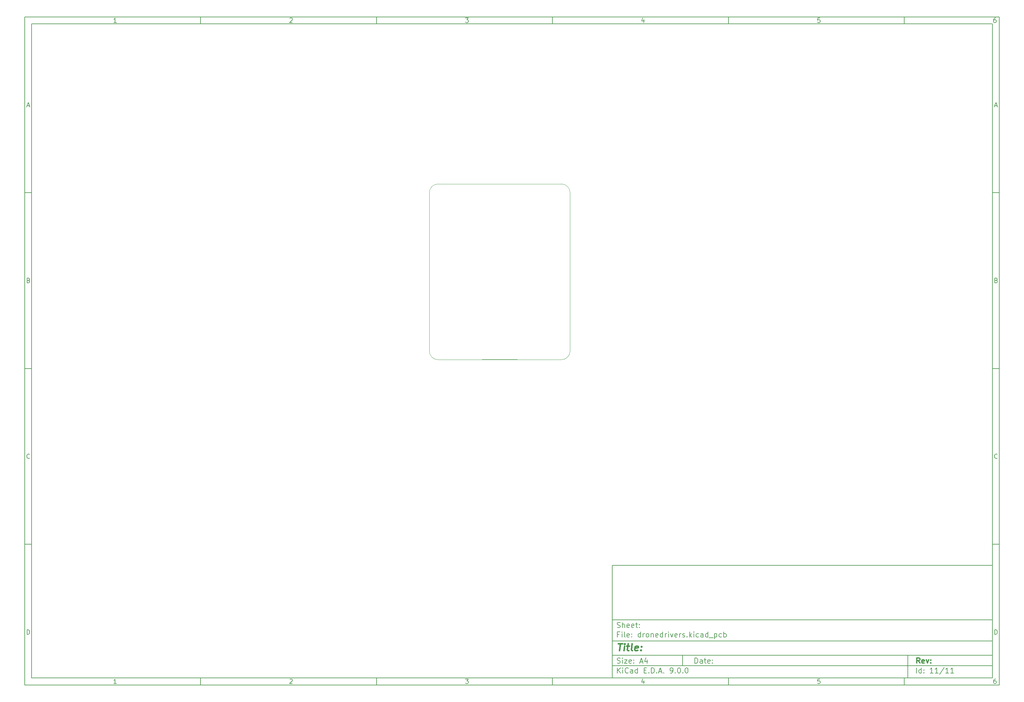
<source format=gbr>
%TF.GenerationSoftware,KiCad,Pcbnew,9.0.0*%
%TF.CreationDate,2025-03-29T01:57:51-05:00*%
%TF.ProjectId,dronedrivers,64726f6e-6564-4726-9976-6572732e6b69,rev?*%
%TF.SameCoordinates,Original*%
%TF.FileFunction,Profile,NP*%
%FSLAX46Y46*%
G04 Gerber Fmt 4.6, Leading zero omitted, Abs format (unit mm)*
G04 Created by KiCad (PCBNEW 9.0.0) date 2025-03-29 01:57:51*
%MOMM*%
%LPD*%
G01*
G04 APERTURE LIST*
%ADD10C,0.100000*%
%ADD11C,0.150000*%
%ADD12C,0.300000*%
%ADD13C,0.400000*%
%TA.AperFunction,Profile*%
%ADD14C,0.050000*%
%TD*%
G04 APERTURE END LIST*
D10*
D11*
X177002200Y-166007200D02*
X285002200Y-166007200D01*
X285002200Y-198007200D01*
X177002200Y-198007200D01*
X177002200Y-166007200D01*
D10*
D11*
X10000000Y-10000000D02*
X287002200Y-10000000D01*
X287002200Y-200007200D01*
X10000000Y-200007200D01*
X10000000Y-10000000D01*
D10*
D11*
X12000000Y-12000000D02*
X285002200Y-12000000D01*
X285002200Y-198007200D01*
X12000000Y-198007200D01*
X12000000Y-12000000D01*
D10*
D11*
X60000000Y-12000000D02*
X60000000Y-10000000D01*
D10*
D11*
X110000000Y-12000000D02*
X110000000Y-10000000D01*
D10*
D11*
X160000000Y-12000000D02*
X160000000Y-10000000D01*
D10*
D11*
X210000000Y-12000000D02*
X210000000Y-10000000D01*
D10*
D11*
X260000000Y-12000000D02*
X260000000Y-10000000D01*
D10*
D11*
X36089160Y-11593604D02*
X35346303Y-11593604D01*
X35717731Y-11593604D02*
X35717731Y-10293604D01*
X35717731Y-10293604D02*
X35593922Y-10479319D01*
X35593922Y-10479319D02*
X35470112Y-10603128D01*
X35470112Y-10603128D02*
X35346303Y-10665033D01*
D10*
D11*
X85346303Y-10417414D02*
X85408207Y-10355509D01*
X85408207Y-10355509D02*
X85532017Y-10293604D01*
X85532017Y-10293604D02*
X85841541Y-10293604D01*
X85841541Y-10293604D02*
X85965350Y-10355509D01*
X85965350Y-10355509D02*
X86027255Y-10417414D01*
X86027255Y-10417414D02*
X86089160Y-10541223D01*
X86089160Y-10541223D02*
X86089160Y-10665033D01*
X86089160Y-10665033D02*
X86027255Y-10850747D01*
X86027255Y-10850747D02*
X85284398Y-11593604D01*
X85284398Y-11593604D02*
X86089160Y-11593604D01*
D10*
D11*
X135284398Y-10293604D02*
X136089160Y-10293604D01*
X136089160Y-10293604D02*
X135655826Y-10788842D01*
X135655826Y-10788842D02*
X135841541Y-10788842D01*
X135841541Y-10788842D02*
X135965350Y-10850747D01*
X135965350Y-10850747D02*
X136027255Y-10912652D01*
X136027255Y-10912652D02*
X136089160Y-11036461D01*
X136089160Y-11036461D02*
X136089160Y-11345985D01*
X136089160Y-11345985D02*
X136027255Y-11469795D01*
X136027255Y-11469795D02*
X135965350Y-11531700D01*
X135965350Y-11531700D02*
X135841541Y-11593604D01*
X135841541Y-11593604D02*
X135470112Y-11593604D01*
X135470112Y-11593604D02*
X135346303Y-11531700D01*
X135346303Y-11531700D02*
X135284398Y-11469795D01*
D10*
D11*
X185965350Y-10726938D02*
X185965350Y-11593604D01*
X185655826Y-10231700D02*
X185346303Y-11160271D01*
X185346303Y-11160271D02*
X186151064Y-11160271D01*
D10*
D11*
X236027255Y-10293604D02*
X235408207Y-10293604D01*
X235408207Y-10293604D02*
X235346303Y-10912652D01*
X235346303Y-10912652D02*
X235408207Y-10850747D01*
X235408207Y-10850747D02*
X235532017Y-10788842D01*
X235532017Y-10788842D02*
X235841541Y-10788842D01*
X235841541Y-10788842D02*
X235965350Y-10850747D01*
X235965350Y-10850747D02*
X236027255Y-10912652D01*
X236027255Y-10912652D02*
X236089160Y-11036461D01*
X236089160Y-11036461D02*
X236089160Y-11345985D01*
X236089160Y-11345985D02*
X236027255Y-11469795D01*
X236027255Y-11469795D02*
X235965350Y-11531700D01*
X235965350Y-11531700D02*
X235841541Y-11593604D01*
X235841541Y-11593604D02*
X235532017Y-11593604D01*
X235532017Y-11593604D02*
X235408207Y-11531700D01*
X235408207Y-11531700D02*
X235346303Y-11469795D01*
D10*
D11*
X285965350Y-10293604D02*
X285717731Y-10293604D01*
X285717731Y-10293604D02*
X285593922Y-10355509D01*
X285593922Y-10355509D02*
X285532017Y-10417414D01*
X285532017Y-10417414D02*
X285408207Y-10603128D01*
X285408207Y-10603128D02*
X285346303Y-10850747D01*
X285346303Y-10850747D02*
X285346303Y-11345985D01*
X285346303Y-11345985D02*
X285408207Y-11469795D01*
X285408207Y-11469795D02*
X285470112Y-11531700D01*
X285470112Y-11531700D02*
X285593922Y-11593604D01*
X285593922Y-11593604D02*
X285841541Y-11593604D01*
X285841541Y-11593604D02*
X285965350Y-11531700D01*
X285965350Y-11531700D02*
X286027255Y-11469795D01*
X286027255Y-11469795D02*
X286089160Y-11345985D01*
X286089160Y-11345985D02*
X286089160Y-11036461D01*
X286089160Y-11036461D02*
X286027255Y-10912652D01*
X286027255Y-10912652D02*
X285965350Y-10850747D01*
X285965350Y-10850747D02*
X285841541Y-10788842D01*
X285841541Y-10788842D02*
X285593922Y-10788842D01*
X285593922Y-10788842D02*
X285470112Y-10850747D01*
X285470112Y-10850747D02*
X285408207Y-10912652D01*
X285408207Y-10912652D02*
X285346303Y-11036461D01*
D10*
D11*
X60000000Y-198007200D02*
X60000000Y-200007200D01*
D10*
D11*
X110000000Y-198007200D02*
X110000000Y-200007200D01*
D10*
D11*
X160000000Y-198007200D02*
X160000000Y-200007200D01*
D10*
D11*
X210000000Y-198007200D02*
X210000000Y-200007200D01*
D10*
D11*
X260000000Y-198007200D02*
X260000000Y-200007200D01*
D10*
D11*
X36089160Y-199600804D02*
X35346303Y-199600804D01*
X35717731Y-199600804D02*
X35717731Y-198300804D01*
X35717731Y-198300804D02*
X35593922Y-198486519D01*
X35593922Y-198486519D02*
X35470112Y-198610328D01*
X35470112Y-198610328D02*
X35346303Y-198672233D01*
D10*
D11*
X85346303Y-198424614D02*
X85408207Y-198362709D01*
X85408207Y-198362709D02*
X85532017Y-198300804D01*
X85532017Y-198300804D02*
X85841541Y-198300804D01*
X85841541Y-198300804D02*
X85965350Y-198362709D01*
X85965350Y-198362709D02*
X86027255Y-198424614D01*
X86027255Y-198424614D02*
X86089160Y-198548423D01*
X86089160Y-198548423D02*
X86089160Y-198672233D01*
X86089160Y-198672233D02*
X86027255Y-198857947D01*
X86027255Y-198857947D02*
X85284398Y-199600804D01*
X85284398Y-199600804D02*
X86089160Y-199600804D01*
D10*
D11*
X135284398Y-198300804D02*
X136089160Y-198300804D01*
X136089160Y-198300804D02*
X135655826Y-198796042D01*
X135655826Y-198796042D02*
X135841541Y-198796042D01*
X135841541Y-198796042D02*
X135965350Y-198857947D01*
X135965350Y-198857947D02*
X136027255Y-198919852D01*
X136027255Y-198919852D02*
X136089160Y-199043661D01*
X136089160Y-199043661D02*
X136089160Y-199353185D01*
X136089160Y-199353185D02*
X136027255Y-199476995D01*
X136027255Y-199476995D02*
X135965350Y-199538900D01*
X135965350Y-199538900D02*
X135841541Y-199600804D01*
X135841541Y-199600804D02*
X135470112Y-199600804D01*
X135470112Y-199600804D02*
X135346303Y-199538900D01*
X135346303Y-199538900D02*
X135284398Y-199476995D01*
D10*
D11*
X185965350Y-198734138D02*
X185965350Y-199600804D01*
X185655826Y-198238900D02*
X185346303Y-199167471D01*
X185346303Y-199167471D02*
X186151064Y-199167471D01*
D10*
D11*
X236027255Y-198300804D02*
X235408207Y-198300804D01*
X235408207Y-198300804D02*
X235346303Y-198919852D01*
X235346303Y-198919852D02*
X235408207Y-198857947D01*
X235408207Y-198857947D02*
X235532017Y-198796042D01*
X235532017Y-198796042D02*
X235841541Y-198796042D01*
X235841541Y-198796042D02*
X235965350Y-198857947D01*
X235965350Y-198857947D02*
X236027255Y-198919852D01*
X236027255Y-198919852D02*
X236089160Y-199043661D01*
X236089160Y-199043661D02*
X236089160Y-199353185D01*
X236089160Y-199353185D02*
X236027255Y-199476995D01*
X236027255Y-199476995D02*
X235965350Y-199538900D01*
X235965350Y-199538900D02*
X235841541Y-199600804D01*
X235841541Y-199600804D02*
X235532017Y-199600804D01*
X235532017Y-199600804D02*
X235408207Y-199538900D01*
X235408207Y-199538900D02*
X235346303Y-199476995D01*
D10*
D11*
X285965350Y-198300804D02*
X285717731Y-198300804D01*
X285717731Y-198300804D02*
X285593922Y-198362709D01*
X285593922Y-198362709D02*
X285532017Y-198424614D01*
X285532017Y-198424614D02*
X285408207Y-198610328D01*
X285408207Y-198610328D02*
X285346303Y-198857947D01*
X285346303Y-198857947D02*
X285346303Y-199353185D01*
X285346303Y-199353185D02*
X285408207Y-199476995D01*
X285408207Y-199476995D02*
X285470112Y-199538900D01*
X285470112Y-199538900D02*
X285593922Y-199600804D01*
X285593922Y-199600804D02*
X285841541Y-199600804D01*
X285841541Y-199600804D02*
X285965350Y-199538900D01*
X285965350Y-199538900D02*
X286027255Y-199476995D01*
X286027255Y-199476995D02*
X286089160Y-199353185D01*
X286089160Y-199353185D02*
X286089160Y-199043661D01*
X286089160Y-199043661D02*
X286027255Y-198919852D01*
X286027255Y-198919852D02*
X285965350Y-198857947D01*
X285965350Y-198857947D02*
X285841541Y-198796042D01*
X285841541Y-198796042D02*
X285593922Y-198796042D01*
X285593922Y-198796042D02*
X285470112Y-198857947D01*
X285470112Y-198857947D02*
X285408207Y-198919852D01*
X285408207Y-198919852D02*
X285346303Y-199043661D01*
D10*
D11*
X10000000Y-60000000D02*
X12000000Y-60000000D01*
D10*
D11*
X10000000Y-110000000D02*
X12000000Y-110000000D01*
D10*
D11*
X10000000Y-160000000D02*
X12000000Y-160000000D01*
D10*
D11*
X10690476Y-35222176D02*
X11309523Y-35222176D01*
X10566666Y-35593604D02*
X10999999Y-34293604D01*
X10999999Y-34293604D02*
X11433333Y-35593604D01*
D10*
D11*
X11092857Y-84912652D02*
X11278571Y-84974557D01*
X11278571Y-84974557D02*
X11340476Y-85036461D01*
X11340476Y-85036461D02*
X11402380Y-85160271D01*
X11402380Y-85160271D02*
X11402380Y-85345985D01*
X11402380Y-85345985D02*
X11340476Y-85469795D01*
X11340476Y-85469795D02*
X11278571Y-85531700D01*
X11278571Y-85531700D02*
X11154761Y-85593604D01*
X11154761Y-85593604D02*
X10659523Y-85593604D01*
X10659523Y-85593604D02*
X10659523Y-84293604D01*
X10659523Y-84293604D02*
X11092857Y-84293604D01*
X11092857Y-84293604D02*
X11216666Y-84355509D01*
X11216666Y-84355509D02*
X11278571Y-84417414D01*
X11278571Y-84417414D02*
X11340476Y-84541223D01*
X11340476Y-84541223D02*
X11340476Y-84665033D01*
X11340476Y-84665033D02*
X11278571Y-84788842D01*
X11278571Y-84788842D02*
X11216666Y-84850747D01*
X11216666Y-84850747D02*
X11092857Y-84912652D01*
X11092857Y-84912652D02*
X10659523Y-84912652D01*
D10*
D11*
X11402380Y-135469795D02*
X11340476Y-135531700D01*
X11340476Y-135531700D02*
X11154761Y-135593604D01*
X11154761Y-135593604D02*
X11030952Y-135593604D01*
X11030952Y-135593604D02*
X10845238Y-135531700D01*
X10845238Y-135531700D02*
X10721428Y-135407890D01*
X10721428Y-135407890D02*
X10659523Y-135284080D01*
X10659523Y-135284080D02*
X10597619Y-135036461D01*
X10597619Y-135036461D02*
X10597619Y-134850747D01*
X10597619Y-134850747D02*
X10659523Y-134603128D01*
X10659523Y-134603128D02*
X10721428Y-134479319D01*
X10721428Y-134479319D02*
X10845238Y-134355509D01*
X10845238Y-134355509D02*
X11030952Y-134293604D01*
X11030952Y-134293604D02*
X11154761Y-134293604D01*
X11154761Y-134293604D02*
X11340476Y-134355509D01*
X11340476Y-134355509D02*
X11402380Y-134417414D01*
D10*
D11*
X10659523Y-185593604D02*
X10659523Y-184293604D01*
X10659523Y-184293604D02*
X10969047Y-184293604D01*
X10969047Y-184293604D02*
X11154761Y-184355509D01*
X11154761Y-184355509D02*
X11278571Y-184479319D01*
X11278571Y-184479319D02*
X11340476Y-184603128D01*
X11340476Y-184603128D02*
X11402380Y-184850747D01*
X11402380Y-184850747D02*
X11402380Y-185036461D01*
X11402380Y-185036461D02*
X11340476Y-185284080D01*
X11340476Y-185284080D02*
X11278571Y-185407890D01*
X11278571Y-185407890D02*
X11154761Y-185531700D01*
X11154761Y-185531700D02*
X10969047Y-185593604D01*
X10969047Y-185593604D02*
X10659523Y-185593604D01*
D10*
D11*
X287002200Y-60000000D02*
X285002200Y-60000000D01*
D10*
D11*
X287002200Y-110000000D02*
X285002200Y-110000000D01*
D10*
D11*
X287002200Y-160000000D02*
X285002200Y-160000000D01*
D10*
D11*
X285692676Y-35222176D02*
X286311723Y-35222176D01*
X285568866Y-35593604D02*
X286002199Y-34293604D01*
X286002199Y-34293604D02*
X286435533Y-35593604D01*
D10*
D11*
X286095057Y-84912652D02*
X286280771Y-84974557D01*
X286280771Y-84974557D02*
X286342676Y-85036461D01*
X286342676Y-85036461D02*
X286404580Y-85160271D01*
X286404580Y-85160271D02*
X286404580Y-85345985D01*
X286404580Y-85345985D02*
X286342676Y-85469795D01*
X286342676Y-85469795D02*
X286280771Y-85531700D01*
X286280771Y-85531700D02*
X286156961Y-85593604D01*
X286156961Y-85593604D02*
X285661723Y-85593604D01*
X285661723Y-85593604D02*
X285661723Y-84293604D01*
X285661723Y-84293604D02*
X286095057Y-84293604D01*
X286095057Y-84293604D02*
X286218866Y-84355509D01*
X286218866Y-84355509D02*
X286280771Y-84417414D01*
X286280771Y-84417414D02*
X286342676Y-84541223D01*
X286342676Y-84541223D02*
X286342676Y-84665033D01*
X286342676Y-84665033D02*
X286280771Y-84788842D01*
X286280771Y-84788842D02*
X286218866Y-84850747D01*
X286218866Y-84850747D02*
X286095057Y-84912652D01*
X286095057Y-84912652D02*
X285661723Y-84912652D01*
D10*
D11*
X286404580Y-135469795D02*
X286342676Y-135531700D01*
X286342676Y-135531700D02*
X286156961Y-135593604D01*
X286156961Y-135593604D02*
X286033152Y-135593604D01*
X286033152Y-135593604D02*
X285847438Y-135531700D01*
X285847438Y-135531700D02*
X285723628Y-135407890D01*
X285723628Y-135407890D02*
X285661723Y-135284080D01*
X285661723Y-135284080D02*
X285599819Y-135036461D01*
X285599819Y-135036461D02*
X285599819Y-134850747D01*
X285599819Y-134850747D02*
X285661723Y-134603128D01*
X285661723Y-134603128D02*
X285723628Y-134479319D01*
X285723628Y-134479319D02*
X285847438Y-134355509D01*
X285847438Y-134355509D02*
X286033152Y-134293604D01*
X286033152Y-134293604D02*
X286156961Y-134293604D01*
X286156961Y-134293604D02*
X286342676Y-134355509D01*
X286342676Y-134355509D02*
X286404580Y-134417414D01*
D10*
D11*
X285661723Y-185593604D02*
X285661723Y-184293604D01*
X285661723Y-184293604D02*
X285971247Y-184293604D01*
X285971247Y-184293604D02*
X286156961Y-184355509D01*
X286156961Y-184355509D02*
X286280771Y-184479319D01*
X286280771Y-184479319D02*
X286342676Y-184603128D01*
X286342676Y-184603128D02*
X286404580Y-184850747D01*
X286404580Y-184850747D02*
X286404580Y-185036461D01*
X286404580Y-185036461D02*
X286342676Y-185284080D01*
X286342676Y-185284080D02*
X286280771Y-185407890D01*
X286280771Y-185407890D02*
X286156961Y-185531700D01*
X286156961Y-185531700D02*
X285971247Y-185593604D01*
X285971247Y-185593604D02*
X285661723Y-185593604D01*
D10*
D11*
X200458026Y-193793328D02*
X200458026Y-192293328D01*
X200458026Y-192293328D02*
X200815169Y-192293328D01*
X200815169Y-192293328D02*
X201029455Y-192364757D01*
X201029455Y-192364757D02*
X201172312Y-192507614D01*
X201172312Y-192507614D02*
X201243741Y-192650471D01*
X201243741Y-192650471D02*
X201315169Y-192936185D01*
X201315169Y-192936185D02*
X201315169Y-193150471D01*
X201315169Y-193150471D02*
X201243741Y-193436185D01*
X201243741Y-193436185D02*
X201172312Y-193579042D01*
X201172312Y-193579042D02*
X201029455Y-193721900D01*
X201029455Y-193721900D02*
X200815169Y-193793328D01*
X200815169Y-193793328D02*
X200458026Y-193793328D01*
X202600884Y-193793328D02*
X202600884Y-193007614D01*
X202600884Y-193007614D02*
X202529455Y-192864757D01*
X202529455Y-192864757D02*
X202386598Y-192793328D01*
X202386598Y-192793328D02*
X202100884Y-192793328D01*
X202100884Y-192793328D02*
X201958026Y-192864757D01*
X202600884Y-193721900D02*
X202458026Y-193793328D01*
X202458026Y-193793328D02*
X202100884Y-193793328D01*
X202100884Y-193793328D02*
X201958026Y-193721900D01*
X201958026Y-193721900D02*
X201886598Y-193579042D01*
X201886598Y-193579042D02*
X201886598Y-193436185D01*
X201886598Y-193436185D02*
X201958026Y-193293328D01*
X201958026Y-193293328D02*
X202100884Y-193221900D01*
X202100884Y-193221900D02*
X202458026Y-193221900D01*
X202458026Y-193221900D02*
X202600884Y-193150471D01*
X203100884Y-192793328D02*
X203672312Y-192793328D01*
X203315169Y-192293328D02*
X203315169Y-193579042D01*
X203315169Y-193579042D02*
X203386598Y-193721900D01*
X203386598Y-193721900D02*
X203529455Y-193793328D01*
X203529455Y-193793328D02*
X203672312Y-193793328D01*
X204743741Y-193721900D02*
X204600884Y-193793328D01*
X204600884Y-193793328D02*
X204315170Y-193793328D01*
X204315170Y-193793328D02*
X204172312Y-193721900D01*
X204172312Y-193721900D02*
X204100884Y-193579042D01*
X204100884Y-193579042D02*
X204100884Y-193007614D01*
X204100884Y-193007614D02*
X204172312Y-192864757D01*
X204172312Y-192864757D02*
X204315170Y-192793328D01*
X204315170Y-192793328D02*
X204600884Y-192793328D01*
X204600884Y-192793328D02*
X204743741Y-192864757D01*
X204743741Y-192864757D02*
X204815170Y-193007614D01*
X204815170Y-193007614D02*
X204815170Y-193150471D01*
X204815170Y-193150471D02*
X204100884Y-193293328D01*
X205458026Y-193650471D02*
X205529455Y-193721900D01*
X205529455Y-193721900D02*
X205458026Y-193793328D01*
X205458026Y-193793328D02*
X205386598Y-193721900D01*
X205386598Y-193721900D02*
X205458026Y-193650471D01*
X205458026Y-193650471D02*
X205458026Y-193793328D01*
X205458026Y-192864757D02*
X205529455Y-192936185D01*
X205529455Y-192936185D02*
X205458026Y-193007614D01*
X205458026Y-193007614D02*
X205386598Y-192936185D01*
X205386598Y-192936185D02*
X205458026Y-192864757D01*
X205458026Y-192864757D02*
X205458026Y-193007614D01*
D10*
D11*
X177002200Y-194507200D02*
X285002200Y-194507200D01*
D10*
D11*
X178458026Y-196593328D02*
X178458026Y-195093328D01*
X179315169Y-196593328D02*
X178672312Y-195736185D01*
X179315169Y-195093328D02*
X178458026Y-195950471D01*
X179958026Y-196593328D02*
X179958026Y-195593328D01*
X179958026Y-195093328D02*
X179886598Y-195164757D01*
X179886598Y-195164757D02*
X179958026Y-195236185D01*
X179958026Y-195236185D02*
X180029455Y-195164757D01*
X180029455Y-195164757D02*
X179958026Y-195093328D01*
X179958026Y-195093328D02*
X179958026Y-195236185D01*
X181529455Y-196450471D02*
X181458027Y-196521900D01*
X181458027Y-196521900D02*
X181243741Y-196593328D01*
X181243741Y-196593328D02*
X181100884Y-196593328D01*
X181100884Y-196593328D02*
X180886598Y-196521900D01*
X180886598Y-196521900D02*
X180743741Y-196379042D01*
X180743741Y-196379042D02*
X180672312Y-196236185D01*
X180672312Y-196236185D02*
X180600884Y-195950471D01*
X180600884Y-195950471D02*
X180600884Y-195736185D01*
X180600884Y-195736185D02*
X180672312Y-195450471D01*
X180672312Y-195450471D02*
X180743741Y-195307614D01*
X180743741Y-195307614D02*
X180886598Y-195164757D01*
X180886598Y-195164757D02*
X181100884Y-195093328D01*
X181100884Y-195093328D02*
X181243741Y-195093328D01*
X181243741Y-195093328D02*
X181458027Y-195164757D01*
X181458027Y-195164757D02*
X181529455Y-195236185D01*
X182815170Y-196593328D02*
X182815170Y-195807614D01*
X182815170Y-195807614D02*
X182743741Y-195664757D01*
X182743741Y-195664757D02*
X182600884Y-195593328D01*
X182600884Y-195593328D02*
X182315170Y-195593328D01*
X182315170Y-195593328D02*
X182172312Y-195664757D01*
X182815170Y-196521900D02*
X182672312Y-196593328D01*
X182672312Y-196593328D02*
X182315170Y-196593328D01*
X182315170Y-196593328D02*
X182172312Y-196521900D01*
X182172312Y-196521900D02*
X182100884Y-196379042D01*
X182100884Y-196379042D02*
X182100884Y-196236185D01*
X182100884Y-196236185D02*
X182172312Y-196093328D01*
X182172312Y-196093328D02*
X182315170Y-196021900D01*
X182315170Y-196021900D02*
X182672312Y-196021900D01*
X182672312Y-196021900D02*
X182815170Y-195950471D01*
X184172313Y-196593328D02*
X184172313Y-195093328D01*
X184172313Y-196521900D02*
X184029455Y-196593328D01*
X184029455Y-196593328D02*
X183743741Y-196593328D01*
X183743741Y-196593328D02*
X183600884Y-196521900D01*
X183600884Y-196521900D02*
X183529455Y-196450471D01*
X183529455Y-196450471D02*
X183458027Y-196307614D01*
X183458027Y-196307614D02*
X183458027Y-195879042D01*
X183458027Y-195879042D02*
X183529455Y-195736185D01*
X183529455Y-195736185D02*
X183600884Y-195664757D01*
X183600884Y-195664757D02*
X183743741Y-195593328D01*
X183743741Y-195593328D02*
X184029455Y-195593328D01*
X184029455Y-195593328D02*
X184172313Y-195664757D01*
X186029455Y-195807614D02*
X186529455Y-195807614D01*
X186743741Y-196593328D02*
X186029455Y-196593328D01*
X186029455Y-196593328D02*
X186029455Y-195093328D01*
X186029455Y-195093328D02*
X186743741Y-195093328D01*
X187386598Y-196450471D02*
X187458027Y-196521900D01*
X187458027Y-196521900D02*
X187386598Y-196593328D01*
X187386598Y-196593328D02*
X187315170Y-196521900D01*
X187315170Y-196521900D02*
X187386598Y-196450471D01*
X187386598Y-196450471D02*
X187386598Y-196593328D01*
X188100884Y-196593328D02*
X188100884Y-195093328D01*
X188100884Y-195093328D02*
X188458027Y-195093328D01*
X188458027Y-195093328D02*
X188672313Y-195164757D01*
X188672313Y-195164757D02*
X188815170Y-195307614D01*
X188815170Y-195307614D02*
X188886599Y-195450471D01*
X188886599Y-195450471D02*
X188958027Y-195736185D01*
X188958027Y-195736185D02*
X188958027Y-195950471D01*
X188958027Y-195950471D02*
X188886599Y-196236185D01*
X188886599Y-196236185D02*
X188815170Y-196379042D01*
X188815170Y-196379042D02*
X188672313Y-196521900D01*
X188672313Y-196521900D02*
X188458027Y-196593328D01*
X188458027Y-196593328D02*
X188100884Y-196593328D01*
X189600884Y-196450471D02*
X189672313Y-196521900D01*
X189672313Y-196521900D02*
X189600884Y-196593328D01*
X189600884Y-196593328D02*
X189529456Y-196521900D01*
X189529456Y-196521900D02*
X189600884Y-196450471D01*
X189600884Y-196450471D02*
X189600884Y-196593328D01*
X190243742Y-196164757D02*
X190958028Y-196164757D01*
X190100885Y-196593328D02*
X190600885Y-195093328D01*
X190600885Y-195093328D02*
X191100885Y-196593328D01*
X191600884Y-196450471D02*
X191672313Y-196521900D01*
X191672313Y-196521900D02*
X191600884Y-196593328D01*
X191600884Y-196593328D02*
X191529456Y-196521900D01*
X191529456Y-196521900D02*
X191600884Y-196450471D01*
X191600884Y-196450471D02*
X191600884Y-196593328D01*
X193529456Y-196593328D02*
X193815170Y-196593328D01*
X193815170Y-196593328D02*
X193958027Y-196521900D01*
X193958027Y-196521900D02*
X194029456Y-196450471D01*
X194029456Y-196450471D02*
X194172313Y-196236185D01*
X194172313Y-196236185D02*
X194243742Y-195950471D01*
X194243742Y-195950471D02*
X194243742Y-195379042D01*
X194243742Y-195379042D02*
X194172313Y-195236185D01*
X194172313Y-195236185D02*
X194100885Y-195164757D01*
X194100885Y-195164757D02*
X193958027Y-195093328D01*
X193958027Y-195093328D02*
X193672313Y-195093328D01*
X193672313Y-195093328D02*
X193529456Y-195164757D01*
X193529456Y-195164757D02*
X193458027Y-195236185D01*
X193458027Y-195236185D02*
X193386599Y-195379042D01*
X193386599Y-195379042D02*
X193386599Y-195736185D01*
X193386599Y-195736185D02*
X193458027Y-195879042D01*
X193458027Y-195879042D02*
X193529456Y-195950471D01*
X193529456Y-195950471D02*
X193672313Y-196021900D01*
X193672313Y-196021900D02*
X193958027Y-196021900D01*
X193958027Y-196021900D02*
X194100885Y-195950471D01*
X194100885Y-195950471D02*
X194172313Y-195879042D01*
X194172313Y-195879042D02*
X194243742Y-195736185D01*
X194886598Y-196450471D02*
X194958027Y-196521900D01*
X194958027Y-196521900D02*
X194886598Y-196593328D01*
X194886598Y-196593328D02*
X194815170Y-196521900D01*
X194815170Y-196521900D02*
X194886598Y-196450471D01*
X194886598Y-196450471D02*
X194886598Y-196593328D01*
X195886599Y-195093328D02*
X196029456Y-195093328D01*
X196029456Y-195093328D02*
X196172313Y-195164757D01*
X196172313Y-195164757D02*
X196243742Y-195236185D01*
X196243742Y-195236185D02*
X196315170Y-195379042D01*
X196315170Y-195379042D02*
X196386599Y-195664757D01*
X196386599Y-195664757D02*
X196386599Y-196021900D01*
X196386599Y-196021900D02*
X196315170Y-196307614D01*
X196315170Y-196307614D02*
X196243742Y-196450471D01*
X196243742Y-196450471D02*
X196172313Y-196521900D01*
X196172313Y-196521900D02*
X196029456Y-196593328D01*
X196029456Y-196593328D02*
X195886599Y-196593328D01*
X195886599Y-196593328D02*
X195743742Y-196521900D01*
X195743742Y-196521900D02*
X195672313Y-196450471D01*
X195672313Y-196450471D02*
X195600884Y-196307614D01*
X195600884Y-196307614D02*
X195529456Y-196021900D01*
X195529456Y-196021900D02*
X195529456Y-195664757D01*
X195529456Y-195664757D02*
X195600884Y-195379042D01*
X195600884Y-195379042D02*
X195672313Y-195236185D01*
X195672313Y-195236185D02*
X195743742Y-195164757D01*
X195743742Y-195164757D02*
X195886599Y-195093328D01*
X197029455Y-196450471D02*
X197100884Y-196521900D01*
X197100884Y-196521900D02*
X197029455Y-196593328D01*
X197029455Y-196593328D02*
X196958027Y-196521900D01*
X196958027Y-196521900D02*
X197029455Y-196450471D01*
X197029455Y-196450471D02*
X197029455Y-196593328D01*
X198029456Y-195093328D02*
X198172313Y-195093328D01*
X198172313Y-195093328D02*
X198315170Y-195164757D01*
X198315170Y-195164757D02*
X198386599Y-195236185D01*
X198386599Y-195236185D02*
X198458027Y-195379042D01*
X198458027Y-195379042D02*
X198529456Y-195664757D01*
X198529456Y-195664757D02*
X198529456Y-196021900D01*
X198529456Y-196021900D02*
X198458027Y-196307614D01*
X198458027Y-196307614D02*
X198386599Y-196450471D01*
X198386599Y-196450471D02*
X198315170Y-196521900D01*
X198315170Y-196521900D02*
X198172313Y-196593328D01*
X198172313Y-196593328D02*
X198029456Y-196593328D01*
X198029456Y-196593328D02*
X197886599Y-196521900D01*
X197886599Y-196521900D02*
X197815170Y-196450471D01*
X197815170Y-196450471D02*
X197743741Y-196307614D01*
X197743741Y-196307614D02*
X197672313Y-196021900D01*
X197672313Y-196021900D02*
X197672313Y-195664757D01*
X197672313Y-195664757D02*
X197743741Y-195379042D01*
X197743741Y-195379042D02*
X197815170Y-195236185D01*
X197815170Y-195236185D02*
X197886599Y-195164757D01*
X197886599Y-195164757D02*
X198029456Y-195093328D01*
D10*
D11*
X177002200Y-191507200D02*
X285002200Y-191507200D01*
D10*
D12*
X264413853Y-193785528D02*
X263913853Y-193071242D01*
X263556710Y-193785528D02*
X263556710Y-192285528D01*
X263556710Y-192285528D02*
X264128139Y-192285528D01*
X264128139Y-192285528D02*
X264270996Y-192356957D01*
X264270996Y-192356957D02*
X264342425Y-192428385D01*
X264342425Y-192428385D02*
X264413853Y-192571242D01*
X264413853Y-192571242D02*
X264413853Y-192785528D01*
X264413853Y-192785528D02*
X264342425Y-192928385D01*
X264342425Y-192928385D02*
X264270996Y-192999814D01*
X264270996Y-192999814D02*
X264128139Y-193071242D01*
X264128139Y-193071242D02*
X263556710Y-193071242D01*
X265628139Y-193714100D02*
X265485282Y-193785528D01*
X265485282Y-193785528D02*
X265199568Y-193785528D01*
X265199568Y-193785528D02*
X265056710Y-193714100D01*
X265056710Y-193714100D02*
X264985282Y-193571242D01*
X264985282Y-193571242D02*
X264985282Y-192999814D01*
X264985282Y-192999814D02*
X265056710Y-192856957D01*
X265056710Y-192856957D02*
X265199568Y-192785528D01*
X265199568Y-192785528D02*
X265485282Y-192785528D01*
X265485282Y-192785528D02*
X265628139Y-192856957D01*
X265628139Y-192856957D02*
X265699568Y-192999814D01*
X265699568Y-192999814D02*
X265699568Y-193142671D01*
X265699568Y-193142671D02*
X264985282Y-193285528D01*
X266199567Y-192785528D02*
X266556710Y-193785528D01*
X266556710Y-193785528D02*
X266913853Y-192785528D01*
X267485281Y-193642671D02*
X267556710Y-193714100D01*
X267556710Y-193714100D02*
X267485281Y-193785528D01*
X267485281Y-193785528D02*
X267413853Y-193714100D01*
X267413853Y-193714100D02*
X267485281Y-193642671D01*
X267485281Y-193642671D02*
X267485281Y-193785528D01*
X267485281Y-192856957D02*
X267556710Y-192928385D01*
X267556710Y-192928385D02*
X267485281Y-192999814D01*
X267485281Y-192999814D02*
X267413853Y-192928385D01*
X267413853Y-192928385D02*
X267485281Y-192856957D01*
X267485281Y-192856957D02*
X267485281Y-192999814D01*
D10*
D11*
X178386598Y-193721900D02*
X178600884Y-193793328D01*
X178600884Y-193793328D02*
X178958026Y-193793328D01*
X178958026Y-193793328D02*
X179100884Y-193721900D01*
X179100884Y-193721900D02*
X179172312Y-193650471D01*
X179172312Y-193650471D02*
X179243741Y-193507614D01*
X179243741Y-193507614D02*
X179243741Y-193364757D01*
X179243741Y-193364757D02*
X179172312Y-193221900D01*
X179172312Y-193221900D02*
X179100884Y-193150471D01*
X179100884Y-193150471D02*
X178958026Y-193079042D01*
X178958026Y-193079042D02*
X178672312Y-193007614D01*
X178672312Y-193007614D02*
X178529455Y-192936185D01*
X178529455Y-192936185D02*
X178458026Y-192864757D01*
X178458026Y-192864757D02*
X178386598Y-192721900D01*
X178386598Y-192721900D02*
X178386598Y-192579042D01*
X178386598Y-192579042D02*
X178458026Y-192436185D01*
X178458026Y-192436185D02*
X178529455Y-192364757D01*
X178529455Y-192364757D02*
X178672312Y-192293328D01*
X178672312Y-192293328D02*
X179029455Y-192293328D01*
X179029455Y-192293328D02*
X179243741Y-192364757D01*
X179886597Y-193793328D02*
X179886597Y-192793328D01*
X179886597Y-192293328D02*
X179815169Y-192364757D01*
X179815169Y-192364757D02*
X179886597Y-192436185D01*
X179886597Y-192436185D02*
X179958026Y-192364757D01*
X179958026Y-192364757D02*
X179886597Y-192293328D01*
X179886597Y-192293328D02*
X179886597Y-192436185D01*
X180458026Y-192793328D02*
X181243741Y-192793328D01*
X181243741Y-192793328D02*
X180458026Y-193793328D01*
X180458026Y-193793328D02*
X181243741Y-193793328D01*
X182386598Y-193721900D02*
X182243741Y-193793328D01*
X182243741Y-193793328D02*
X181958027Y-193793328D01*
X181958027Y-193793328D02*
X181815169Y-193721900D01*
X181815169Y-193721900D02*
X181743741Y-193579042D01*
X181743741Y-193579042D02*
X181743741Y-193007614D01*
X181743741Y-193007614D02*
X181815169Y-192864757D01*
X181815169Y-192864757D02*
X181958027Y-192793328D01*
X181958027Y-192793328D02*
X182243741Y-192793328D01*
X182243741Y-192793328D02*
X182386598Y-192864757D01*
X182386598Y-192864757D02*
X182458027Y-193007614D01*
X182458027Y-193007614D02*
X182458027Y-193150471D01*
X182458027Y-193150471D02*
X181743741Y-193293328D01*
X183100883Y-193650471D02*
X183172312Y-193721900D01*
X183172312Y-193721900D02*
X183100883Y-193793328D01*
X183100883Y-193793328D02*
X183029455Y-193721900D01*
X183029455Y-193721900D02*
X183100883Y-193650471D01*
X183100883Y-193650471D02*
X183100883Y-193793328D01*
X183100883Y-192864757D02*
X183172312Y-192936185D01*
X183172312Y-192936185D02*
X183100883Y-193007614D01*
X183100883Y-193007614D02*
X183029455Y-192936185D01*
X183029455Y-192936185D02*
X183100883Y-192864757D01*
X183100883Y-192864757D02*
X183100883Y-193007614D01*
X184886598Y-193364757D02*
X185600884Y-193364757D01*
X184743741Y-193793328D02*
X185243741Y-192293328D01*
X185243741Y-192293328D02*
X185743741Y-193793328D01*
X186886598Y-192793328D02*
X186886598Y-193793328D01*
X186529455Y-192221900D02*
X186172312Y-193293328D01*
X186172312Y-193293328D02*
X187100883Y-193293328D01*
D10*
D11*
X263458026Y-196593328D02*
X263458026Y-195093328D01*
X264815170Y-196593328D02*
X264815170Y-195093328D01*
X264815170Y-196521900D02*
X264672312Y-196593328D01*
X264672312Y-196593328D02*
X264386598Y-196593328D01*
X264386598Y-196593328D02*
X264243741Y-196521900D01*
X264243741Y-196521900D02*
X264172312Y-196450471D01*
X264172312Y-196450471D02*
X264100884Y-196307614D01*
X264100884Y-196307614D02*
X264100884Y-195879042D01*
X264100884Y-195879042D02*
X264172312Y-195736185D01*
X264172312Y-195736185D02*
X264243741Y-195664757D01*
X264243741Y-195664757D02*
X264386598Y-195593328D01*
X264386598Y-195593328D02*
X264672312Y-195593328D01*
X264672312Y-195593328D02*
X264815170Y-195664757D01*
X265529455Y-196450471D02*
X265600884Y-196521900D01*
X265600884Y-196521900D02*
X265529455Y-196593328D01*
X265529455Y-196593328D02*
X265458027Y-196521900D01*
X265458027Y-196521900D02*
X265529455Y-196450471D01*
X265529455Y-196450471D02*
X265529455Y-196593328D01*
X265529455Y-195664757D02*
X265600884Y-195736185D01*
X265600884Y-195736185D02*
X265529455Y-195807614D01*
X265529455Y-195807614D02*
X265458027Y-195736185D01*
X265458027Y-195736185D02*
X265529455Y-195664757D01*
X265529455Y-195664757D02*
X265529455Y-195807614D01*
X268172313Y-196593328D02*
X267315170Y-196593328D01*
X267743741Y-196593328D02*
X267743741Y-195093328D01*
X267743741Y-195093328D02*
X267600884Y-195307614D01*
X267600884Y-195307614D02*
X267458027Y-195450471D01*
X267458027Y-195450471D02*
X267315170Y-195521900D01*
X269600884Y-196593328D02*
X268743741Y-196593328D01*
X269172312Y-196593328D02*
X269172312Y-195093328D01*
X269172312Y-195093328D02*
X269029455Y-195307614D01*
X269029455Y-195307614D02*
X268886598Y-195450471D01*
X268886598Y-195450471D02*
X268743741Y-195521900D01*
X271315169Y-195021900D02*
X270029455Y-196950471D01*
X272600884Y-196593328D02*
X271743741Y-196593328D01*
X272172312Y-196593328D02*
X272172312Y-195093328D01*
X272172312Y-195093328D02*
X272029455Y-195307614D01*
X272029455Y-195307614D02*
X271886598Y-195450471D01*
X271886598Y-195450471D02*
X271743741Y-195521900D01*
X274029455Y-196593328D02*
X273172312Y-196593328D01*
X273600883Y-196593328D02*
X273600883Y-195093328D01*
X273600883Y-195093328D02*
X273458026Y-195307614D01*
X273458026Y-195307614D02*
X273315169Y-195450471D01*
X273315169Y-195450471D02*
X273172312Y-195521900D01*
D10*
D11*
X177002200Y-187507200D02*
X285002200Y-187507200D01*
D10*
D13*
X178693928Y-188211638D02*
X179836785Y-188211638D01*
X179015357Y-190211638D02*
X179265357Y-188211638D01*
X180253452Y-190211638D02*
X180420119Y-188878304D01*
X180503452Y-188211638D02*
X180396309Y-188306876D01*
X180396309Y-188306876D02*
X180479643Y-188402114D01*
X180479643Y-188402114D02*
X180586786Y-188306876D01*
X180586786Y-188306876D02*
X180503452Y-188211638D01*
X180503452Y-188211638D02*
X180479643Y-188402114D01*
X181086786Y-188878304D02*
X181848690Y-188878304D01*
X181455833Y-188211638D02*
X181241548Y-189925923D01*
X181241548Y-189925923D02*
X181312976Y-190116400D01*
X181312976Y-190116400D02*
X181491548Y-190211638D01*
X181491548Y-190211638D02*
X181682024Y-190211638D01*
X182634405Y-190211638D02*
X182455833Y-190116400D01*
X182455833Y-190116400D02*
X182384405Y-189925923D01*
X182384405Y-189925923D02*
X182598690Y-188211638D01*
X184170119Y-190116400D02*
X183967738Y-190211638D01*
X183967738Y-190211638D02*
X183586785Y-190211638D01*
X183586785Y-190211638D02*
X183408214Y-190116400D01*
X183408214Y-190116400D02*
X183336785Y-189925923D01*
X183336785Y-189925923D02*
X183432024Y-189164019D01*
X183432024Y-189164019D02*
X183551071Y-188973542D01*
X183551071Y-188973542D02*
X183753452Y-188878304D01*
X183753452Y-188878304D02*
X184134404Y-188878304D01*
X184134404Y-188878304D02*
X184312976Y-188973542D01*
X184312976Y-188973542D02*
X184384404Y-189164019D01*
X184384404Y-189164019D02*
X184360595Y-189354495D01*
X184360595Y-189354495D02*
X183384404Y-189544971D01*
X185134405Y-190021161D02*
X185217738Y-190116400D01*
X185217738Y-190116400D02*
X185110595Y-190211638D01*
X185110595Y-190211638D02*
X185027262Y-190116400D01*
X185027262Y-190116400D02*
X185134405Y-190021161D01*
X185134405Y-190021161D02*
X185110595Y-190211638D01*
X185265357Y-188973542D02*
X185348690Y-189068780D01*
X185348690Y-189068780D02*
X185241548Y-189164019D01*
X185241548Y-189164019D02*
X185158214Y-189068780D01*
X185158214Y-189068780D02*
X185265357Y-188973542D01*
X185265357Y-188973542D02*
X185241548Y-189164019D01*
D10*
D11*
X178958026Y-185607614D02*
X178458026Y-185607614D01*
X178458026Y-186393328D02*
X178458026Y-184893328D01*
X178458026Y-184893328D02*
X179172312Y-184893328D01*
X179743740Y-186393328D02*
X179743740Y-185393328D01*
X179743740Y-184893328D02*
X179672312Y-184964757D01*
X179672312Y-184964757D02*
X179743740Y-185036185D01*
X179743740Y-185036185D02*
X179815169Y-184964757D01*
X179815169Y-184964757D02*
X179743740Y-184893328D01*
X179743740Y-184893328D02*
X179743740Y-185036185D01*
X180672312Y-186393328D02*
X180529455Y-186321900D01*
X180529455Y-186321900D02*
X180458026Y-186179042D01*
X180458026Y-186179042D02*
X180458026Y-184893328D01*
X181815169Y-186321900D02*
X181672312Y-186393328D01*
X181672312Y-186393328D02*
X181386598Y-186393328D01*
X181386598Y-186393328D02*
X181243740Y-186321900D01*
X181243740Y-186321900D02*
X181172312Y-186179042D01*
X181172312Y-186179042D02*
X181172312Y-185607614D01*
X181172312Y-185607614D02*
X181243740Y-185464757D01*
X181243740Y-185464757D02*
X181386598Y-185393328D01*
X181386598Y-185393328D02*
X181672312Y-185393328D01*
X181672312Y-185393328D02*
X181815169Y-185464757D01*
X181815169Y-185464757D02*
X181886598Y-185607614D01*
X181886598Y-185607614D02*
X181886598Y-185750471D01*
X181886598Y-185750471D02*
X181172312Y-185893328D01*
X182529454Y-186250471D02*
X182600883Y-186321900D01*
X182600883Y-186321900D02*
X182529454Y-186393328D01*
X182529454Y-186393328D02*
X182458026Y-186321900D01*
X182458026Y-186321900D02*
X182529454Y-186250471D01*
X182529454Y-186250471D02*
X182529454Y-186393328D01*
X182529454Y-185464757D02*
X182600883Y-185536185D01*
X182600883Y-185536185D02*
X182529454Y-185607614D01*
X182529454Y-185607614D02*
X182458026Y-185536185D01*
X182458026Y-185536185D02*
X182529454Y-185464757D01*
X182529454Y-185464757D02*
X182529454Y-185607614D01*
X185029455Y-186393328D02*
X185029455Y-184893328D01*
X185029455Y-186321900D02*
X184886597Y-186393328D01*
X184886597Y-186393328D02*
X184600883Y-186393328D01*
X184600883Y-186393328D02*
X184458026Y-186321900D01*
X184458026Y-186321900D02*
X184386597Y-186250471D01*
X184386597Y-186250471D02*
X184315169Y-186107614D01*
X184315169Y-186107614D02*
X184315169Y-185679042D01*
X184315169Y-185679042D02*
X184386597Y-185536185D01*
X184386597Y-185536185D02*
X184458026Y-185464757D01*
X184458026Y-185464757D02*
X184600883Y-185393328D01*
X184600883Y-185393328D02*
X184886597Y-185393328D01*
X184886597Y-185393328D02*
X185029455Y-185464757D01*
X185743740Y-186393328D02*
X185743740Y-185393328D01*
X185743740Y-185679042D02*
X185815169Y-185536185D01*
X185815169Y-185536185D02*
X185886598Y-185464757D01*
X185886598Y-185464757D02*
X186029455Y-185393328D01*
X186029455Y-185393328D02*
X186172312Y-185393328D01*
X186886597Y-186393328D02*
X186743740Y-186321900D01*
X186743740Y-186321900D02*
X186672311Y-186250471D01*
X186672311Y-186250471D02*
X186600883Y-186107614D01*
X186600883Y-186107614D02*
X186600883Y-185679042D01*
X186600883Y-185679042D02*
X186672311Y-185536185D01*
X186672311Y-185536185D02*
X186743740Y-185464757D01*
X186743740Y-185464757D02*
X186886597Y-185393328D01*
X186886597Y-185393328D02*
X187100883Y-185393328D01*
X187100883Y-185393328D02*
X187243740Y-185464757D01*
X187243740Y-185464757D02*
X187315169Y-185536185D01*
X187315169Y-185536185D02*
X187386597Y-185679042D01*
X187386597Y-185679042D02*
X187386597Y-186107614D01*
X187386597Y-186107614D02*
X187315169Y-186250471D01*
X187315169Y-186250471D02*
X187243740Y-186321900D01*
X187243740Y-186321900D02*
X187100883Y-186393328D01*
X187100883Y-186393328D02*
X186886597Y-186393328D01*
X188029454Y-185393328D02*
X188029454Y-186393328D01*
X188029454Y-185536185D02*
X188100883Y-185464757D01*
X188100883Y-185464757D02*
X188243740Y-185393328D01*
X188243740Y-185393328D02*
X188458026Y-185393328D01*
X188458026Y-185393328D02*
X188600883Y-185464757D01*
X188600883Y-185464757D02*
X188672312Y-185607614D01*
X188672312Y-185607614D02*
X188672312Y-186393328D01*
X189958026Y-186321900D02*
X189815169Y-186393328D01*
X189815169Y-186393328D02*
X189529455Y-186393328D01*
X189529455Y-186393328D02*
X189386597Y-186321900D01*
X189386597Y-186321900D02*
X189315169Y-186179042D01*
X189315169Y-186179042D02*
X189315169Y-185607614D01*
X189315169Y-185607614D02*
X189386597Y-185464757D01*
X189386597Y-185464757D02*
X189529455Y-185393328D01*
X189529455Y-185393328D02*
X189815169Y-185393328D01*
X189815169Y-185393328D02*
X189958026Y-185464757D01*
X189958026Y-185464757D02*
X190029455Y-185607614D01*
X190029455Y-185607614D02*
X190029455Y-185750471D01*
X190029455Y-185750471D02*
X189315169Y-185893328D01*
X191315169Y-186393328D02*
X191315169Y-184893328D01*
X191315169Y-186321900D02*
X191172311Y-186393328D01*
X191172311Y-186393328D02*
X190886597Y-186393328D01*
X190886597Y-186393328D02*
X190743740Y-186321900D01*
X190743740Y-186321900D02*
X190672311Y-186250471D01*
X190672311Y-186250471D02*
X190600883Y-186107614D01*
X190600883Y-186107614D02*
X190600883Y-185679042D01*
X190600883Y-185679042D02*
X190672311Y-185536185D01*
X190672311Y-185536185D02*
X190743740Y-185464757D01*
X190743740Y-185464757D02*
X190886597Y-185393328D01*
X190886597Y-185393328D02*
X191172311Y-185393328D01*
X191172311Y-185393328D02*
X191315169Y-185464757D01*
X192029454Y-186393328D02*
X192029454Y-185393328D01*
X192029454Y-185679042D02*
X192100883Y-185536185D01*
X192100883Y-185536185D02*
X192172312Y-185464757D01*
X192172312Y-185464757D02*
X192315169Y-185393328D01*
X192315169Y-185393328D02*
X192458026Y-185393328D01*
X192958025Y-186393328D02*
X192958025Y-185393328D01*
X192958025Y-184893328D02*
X192886597Y-184964757D01*
X192886597Y-184964757D02*
X192958025Y-185036185D01*
X192958025Y-185036185D02*
X193029454Y-184964757D01*
X193029454Y-184964757D02*
X192958025Y-184893328D01*
X192958025Y-184893328D02*
X192958025Y-185036185D01*
X193529454Y-185393328D02*
X193886597Y-186393328D01*
X193886597Y-186393328D02*
X194243740Y-185393328D01*
X195386597Y-186321900D02*
X195243740Y-186393328D01*
X195243740Y-186393328D02*
X194958026Y-186393328D01*
X194958026Y-186393328D02*
X194815168Y-186321900D01*
X194815168Y-186321900D02*
X194743740Y-186179042D01*
X194743740Y-186179042D02*
X194743740Y-185607614D01*
X194743740Y-185607614D02*
X194815168Y-185464757D01*
X194815168Y-185464757D02*
X194958026Y-185393328D01*
X194958026Y-185393328D02*
X195243740Y-185393328D01*
X195243740Y-185393328D02*
X195386597Y-185464757D01*
X195386597Y-185464757D02*
X195458026Y-185607614D01*
X195458026Y-185607614D02*
X195458026Y-185750471D01*
X195458026Y-185750471D02*
X194743740Y-185893328D01*
X196100882Y-186393328D02*
X196100882Y-185393328D01*
X196100882Y-185679042D02*
X196172311Y-185536185D01*
X196172311Y-185536185D02*
X196243740Y-185464757D01*
X196243740Y-185464757D02*
X196386597Y-185393328D01*
X196386597Y-185393328D02*
X196529454Y-185393328D01*
X196958025Y-186321900D02*
X197100882Y-186393328D01*
X197100882Y-186393328D02*
X197386596Y-186393328D01*
X197386596Y-186393328D02*
X197529453Y-186321900D01*
X197529453Y-186321900D02*
X197600882Y-186179042D01*
X197600882Y-186179042D02*
X197600882Y-186107614D01*
X197600882Y-186107614D02*
X197529453Y-185964757D01*
X197529453Y-185964757D02*
X197386596Y-185893328D01*
X197386596Y-185893328D02*
X197172311Y-185893328D01*
X197172311Y-185893328D02*
X197029453Y-185821900D01*
X197029453Y-185821900D02*
X196958025Y-185679042D01*
X196958025Y-185679042D02*
X196958025Y-185607614D01*
X196958025Y-185607614D02*
X197029453Y-185464757D01*
X197029453Y-185464757D02*
X197172311Y-185393328D01*
X197172311Y-185393328D02*
X197386596Y-185393328D01*
X197386596Y-185393328D02*
X197529453Y-185464757D01*
X198243739Y-186250471D02*
X198315168Y-186321900D01*
X198315168Y-186321900D02*
X198243739Y-186393328D01*
X198243739Y-186393328D02*
X198172311Y-186321900D01*
X198172311Y-186321900D02*
X198243739Y-186250471D01*
X198243739Y-186250471D02*
X198243739Y-186393328D01*
X198958025Y-186393328D02*
X198958025Y-184893328D01*
X199100883Y-185821900D02*
X199529454Y-186393328D01*
X199529454Y-185393328D02*
X198958025Y-185964757D01*
X200172311Y-186393328D02*
X200172311Y-185393328D01*
X200172311Y-184893328D02*
X200100883Y-184964757D01*
X200100883Y-184964757D02*
X200172311Y-185036185D01*
X200172311Y-185036185D02*
X200243740Y-184964757D01*
X200243740Y-184964757D02*
X200172311Y-184893328D01*
X200172311Y-184893328D02*
X200172311Y-185036185D01*
X201529455Y-186321900D02*
X201386597Y-186393328D01*
X201386597Y-186393328D02*
X201100883Y-186393328D01*
X201100883Y-186393328D02*
X200958026Y-186321900D01*
X200958026Y-186321900D02*
X200886597Y-186250471D01*
X200886597Y-186250471D02*
X200815169Y-186107614D01*
X200815169Y-186107614D02*
X200815169Y-185679042D01*
X200815169Y-185679042D02*
X200886597Y-185536185D01*
X200886597Y-185536185D02*
X200958026Y-185464757D01*
X200958026Y-185464757D02*
X201100883Y-185393328D01*
X201100883Y-185393328D02*
X201386597Y-185393328D01*
X201386597Y-185393328D02*
X201529455Y-185464757D01*
X202815169Y-186393328D02*
X202815169Y-185607614D01*
X202815169Y-185607614D02*
X202743740Y-185464757D01*
X202743740Y-185464757D02*
X202600883Y-185393328D01*
X202600883Y-185393328D02*
X202315169Y-185393328D01*
X202315169Y-185393328D02*
X202172311Y-185464757D01*
X202815169Y-186321900D02*
X202672311Y-186393328D01*
X202672311Y-186393328D02*
X202315169Y-186393328D01*
X202315169Y-186393328D02*
X202172311Y-186321900D01*
X202172311Y-186321900D02*
X202100883Y-186179042D01*
X202100883Y-186179042D02*
X202100883Y-186036185D01*
X202100883Y-186036185D02*
X202172311Y-185893328D01*
X202172311Y-185893328D02*
X202315169Y-185821900D01*
X202315169Y-185821900D02*
X202672311Y-185821900D01*
X202672311Y-185821900D02*
X202815169Y-185750471D01*
X204172312Y-186393328D02*
X204172312Y-184893328D01*
X204172312Y-186321900D02*
X204029454Y-186393328D01*
X204029454Y-186393328D02*
X203743740Y-186393328D01*
X203743740Y-186393328D02*
X203600883Y-186321900D01*
X203600883Y-186321900D02*
X203529454Y-186250471D01*
X203529454Y-186250471D02*
X203458026Y-186107614D01*
X203458026Y-186107614D02*
X203458026Y-185679042D01*
X203458026Y-185679042D02*
X203529454Y-185536185D01*
X203529454Y-185536185D02*
X203600883Y-185464757D01*
X203600883Y-185464757D02*
X203743740Y-185393328D01*
X203743740Y-185393328D02*
X204029454Y-185393328D01*
X204029454Y-185393328D02*
X204172312Y-185464757D01*
X204529455Y-186536185D02*
X205672312Y-186536185D01*
X206029454Y-185393328D02*
X206029454Y-186893328D01*
X206029454Y-185464757D02*
X206172312Y-185393328D01*
X206172312Y-185393328D02*
X206458026Y-185393328D01*
X206458026Y-185393328D02*
X206600883Y-185464757D01*
X206600883Y-185464757D02*
X206672312Y-185536185D01*
X206672312Y-185536185D02*
X206743740Y-185679042D01*
X206743740Y-185679042D02*
X206743740Y-186107614D01*
X206743740Y-186107614D02*
X206672312Y-186250471D01*
X206672312Y-186250471D02*
X206600883Y-186321900D01*
X206600883Y-186321900D02*
X206458026Y-186393328D01*
X206458026Y-186393328D02*
X206172312Y-186393328D01*
X206172312Y-186393328D02*
X206029454Y-186321900D01*
X208029455Y-186321900D02*
X207886597Y-186393328D01*
X207886597Y-186393328D02*
X207600883Y-186393328D01*
X207600883Y-186393328D02*
X207458026Y-186321900D01*
X207458026Y-186321900D02*
X207386597Y-186250471D01*
X207386597Y-186250471D02*
X207315169Y-186107614D01*
X207315169Y-186107614D02*
X207315169Y-185679042D01*
X207315169Y-185679042D02*
X207386597Y-185536185D01*
X207386597Y-185536185D02*
X207458026Y-185464757D01*
X207458026Y-185464757D02*
X207600883Y-185393328D01*
X207600883Y-185393328D02*
X207886597Y-185393328D01*
X207886597Y-185393328D02*
X208029455Y-185464757D01*
X208672311Y-186393328D02*
X208672311Y-184893328D01*
X208672311Y-185464757D02*
X208815169Y-185393328D01*
X208815169Y-185393328D02*
X209100883Y-185393328D01*
X209100883Y-185393328D02*
X209243740Y-185464757D01*
X209243740Y-185464757D02*
X209315169Y-185536185D01*
X209315169Y-185536185D02*
X209386597Y-185679042D01*
X209386597Y-185679042D02*
X209386597Y-186107614D01*
X209386597Y-186107614D02*
X209315169Y-186250471D01*
X209315169Y-186250471D02*
X209243740Y-186321900D01*
X209243740Y-186321900D02*
X209100883Y-186393328D01*
X209100883Y-186393328D02*
X208815169Y-186393328D01*
X208815169Y-186393328D02*
X208672311Y-186321900D01*
D10*
D11*
X177002200Y-181507200D02*
X285002200Y-181507200D01*
D10*
D11*
X178386598Y-183621900D02*
X178600884Y-183693328D01*
X178600884Y-183693328D02*
X178958026Y-183693328D01*
X178958026Y-183693328D02*
X179100884Y-183621900D01*
X179100884Y-183621900D02*
X179172312Y-183550471D01*
X179172312Y-183550471D02*
X179243741Y-183407614D01*
X179243741Y-183407614D02*
X179243741Y-183264757D01*
X179243741Y-183264757D02*
X179172312Y-183121900D01*
X179172312Y-183121900D02*
X179100884Y-183050471D01*
X179100884Y-183050471D02*
X178958026Y-182979042D01*
X178958026Y-182979042D02*
X178672312Y-182907614D01*
X178672312Y-182907614D02*
X178529455Y-182836185D01*
X178529455Y-182836185D02*
X178458026Y-182764757D01*
X178458026Y-182764757D02*
X178386598Y-182621900D01*
X178386598Y-182621900D02*
X178386598Y-182479042D01*
X178386598Y-182479042D02*
X178458026Y-182336185D01*
X178458026Y-182336185D02*
X178529455Y-182264757D01*
X178529455Y-182264757D02*
X178672312Y-182193328D01*
X178672312Y-182193328D02*
X179029455Y-182193328D01*
X179029455Y-182193328D02*
X179243741Y-182264757D01*
X179886597Y-183693328D02*
X179886597Y-182193328D01*
X180529455Y-183693328D02*
X180529455Y-182907614D01*
X180529455Y-182907614D02*
X180458026Y-182764757D01*
X180458026Y-182764757D02*
X180315169Y-182693328D01*
X180315169Y-182693328D02*
X180100883Y-182693328D01*
X180100883Y-182693328D02*
X179958026Y-182764757D01*
X179958026Y-182764757D02*
X179886597Y-182836185D01*
X181815169Y-183621900D02*
X181672312Y-183693328D01*
X181672312Y-183693328D02*
X181386598Y-183693328D01*
X181386598Y-183693328D02*
X181243740Y-183621900D01*
X181243740Y-183621900D02*
X181172312Y-183479042D01*
X181172312Y-183479042D02*
X181172312Y-182907614D01*
X181172312Y-182907614D02*
X181243740Y-182764757D01*
X181243740Y-182764757D02*
X181386598Y-182693328D01*
X181386598Y-182693328D02*
X181672312Y-182693328D01*
X181672312Y-182693328D02*
X181815169Y-182764757D01*
X181815169Y-182764757D02*
X181886598Y-182907614D01*
X181886598Y-182907614D02*
X181886598Y-183050471D01*
X181886598Y-183050471D02*
X181172312Y-183193328D01*
X183100883Y-183621900D02*
X182958026Y-183693328D01*
X182958026Y-183693328D02*
X182672312Y-183693328D01*
X182672312Y-183693328D02*
X182529454Y-183621900D01*
X182529454Y-183621900D02*
X182458026Y-183479042D01*
X182458026Y-183479042D02*
X182458026Y-182907614D01*
X182458026Y-182907614D02*
X182529454Y-182764757D01*
X182529454Y-182764757D02*
X182672312Y-182693328D01*
X182672312Y-182693328D02*
X182958026Y-182693328D01*
X182958026Y-182693328D02*
X183100883Y-182764757D01*
X183100883Y-182764757D02*
X183172312Y-182907614D01*
X183172312Y-182907614D02*
X183172312Y-183050471D01*
X183172312Y-183050471D02*
X182458026Y-183193328D01*
X183600883Y-182693328D02*
X184172311Y-182693328D01*
X183815168Y-182193328D02*
X183815168Y-183479042D01*
X183815168Y-183479042D02*
X183886597Y-183621900D01*
X183886597Y-183621900D02*
X184029454Y-183693328D01*
X184029454Y-183693328D02*
X184172311Y-183693328D01*
X184672311Y-183550471D02*
X184743740Y-183621900D01*
X184743740Y-183621900D02*
X184672311Y-183693328D01*
X184672311Y-183693328D02*
X184600883Y-183621900D01*
X184600883Y-183621900D02*
X184672311Y-183550471D01*
X184672311Y-183550471D02*
X184672311Y-183693328D01*
X184672311Y-182764757D02*
X184743740Y-182836185D01*
X184743740Y-182836185D02*
X184672311Y-182907614D01*
X184672311Y-182907614D02*
X184600883Y-182836185D01*
X184600883Y-182836185D02*
X184672311Y-182764757D01*
X184672311Y-182764757D02*
X184672311Y-182907614D01*
D10*
D11*
X197002200Y-191507200D02*
X197002200Y-194507200D01*
D10*
D11*
X261002200Y-191507200D02*
X261002200Y-198007200D01*
D14*
X165000000Y-60000000D02*
X165000000Y-105000000D01*
X127500000Y-57500000D02*
X162500000Y-57500000D01*
X125000000Y-105000000D02*
X125000000Y-60000000D01*
X162500000Y-107500000D02*
X127500000Y-107500000D01*
X162500000Y-57500000D02*
G75*
G02*
X165000000Y-60000000I0J-2500000D01*
G01*
X125000000Y-60000000D02*
G75*
G02*
X127500000Y-57500000I2500000J0D01*
G01*
X127500000Y-107500000D02*
G75*
G02*
X125000000Y-105000000I0J2500000D01*
G01*
X165000000Y-105000000D02*
G75*
G02*
X162500000Y-107500000I-2500000J0D01*
G01*
D10*
%TO.C,J9*%
X150000000Y-107425000D02*
X140000000Y-107425000D01*
%TD*%
M02*

</source>
